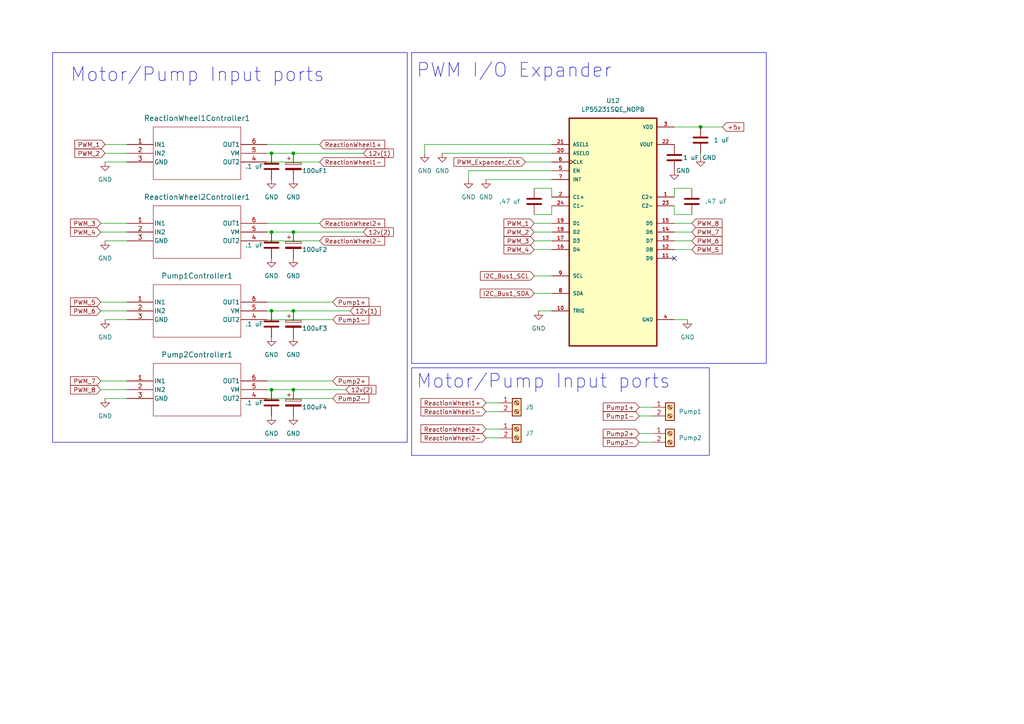
<source format=kicad_sch>
(kicad_sch (version 20230121) (generator eeschema)
  (paper "A4")
  (lib_symbols
    (symbol "Connector:Screw_Terminal_01x02" (pin_names (offset 1.016) hide)
      (property "Reference" "J" (at 0 2.54 0))
      (property "Value" "Screw_Terminal_01x02" (at 0 -5.08 0))
      (symbol "Screw_Terminal_01x02_1_1"
        (rectangle (start -1.27 1.27) (end 1.27 -3.81) (stroke (width 0.254)) (fill (type background)))
        (circle (center 0 -2.54) (radius 0.635) (stroke (width 0.1524)))
        (polyline (pts (xy -0.5334 -2.2098) (xy 0.3302 -3.048)) (stroke (width 0.1524)))
        (polyline (pts (xy -0.5334 0.3302) (xy 0.3302 -0.508)) (stroke (width 0.1524)))
        (polyline (pts (xy -0.3556 -2.032) (xy 0.508 -2.8702)) (stroke (width 0.1524)))
        (polyline (pts (xy -0.3556 0.508) (xy 0.508 -0.3302)) (stroke (width 0.1524)))
        (circle (center 0 0) (radius 0.635) (stroke (width 0.1524)))
        (pin passive line (at -5.08 0 0) (length 3.81) (name "Pin_1") (number "1"))
        (pin passive line (at -5.08 -2.54 0) (length 3.81) (name "Pin_2") (number "2"))
      )
    )
    (symbol "Device:C" (pin_numbers hide) (pin_names (offset 0.254))
      (property "Reference" "C" (at 0.635 2.54 0))
      (property "Value" "C" (at 0.635 -2.54 0))
      (symbol "C_0_1"
        (polyline (pts (xy -2.032 -0.762) (xy 2.032 -0.762)) (stroke (width 0.508)))
        (polyline (pts (xy -2.032 0.762) (xy 2.032 0.762)) (stroke (width 0.508)))
      )
      (symbol "C_1_1"
        (pin passive line (at 0 3.81 270) (length 2.794) (name "~") (number "1"))
        (pin passive line (at 0 -3.81 90) (length 2.794) (name "~") (number "2"))
      )
    )
    (symbol "Device:C_Polarized" (pin_numbers hide) (pin_names (offset 0.254))
      (property "Reference" "C" (at 0.635 2.54 0))
      (property "Value" "C_Polarized" (at 0.635 -2.54 0))
      (symbol "C_Polarized_0_1"
        (rectangle (start -2.286 0.508) (end 2.286 1.016))
        (polyline (pts (xy -1.778 2.286) (xy -0.762 2.286)))
        (polyline (pts (xy -1.27 2.794) (xy -1.27 1.778)))
        (rectangle (start 2.286 -0.508) (end -2.286 -1.016) (fill (type outline)))
      )
      (symbol "C_Polarized_1_1"
        (pin passive line (at 0 3.81 270) (length 2.794) (name "~") (number "1"))
        (pin passive line (at 0 -3.81 90) (length 2.794) (name "~") (number "2"))
      )
    )
    (symbol "Motor Controller:DRV8212DRLR" (pin_names (offset 0.254))
      (property "Reference" "U" (at 20.32 10.16 0))
      (property "Value" "DRV8212DRLR" (at 20.32 7.62 0))
      (symbol "DRV8212DRLR_0_1"
        (polyline (pts (xy 7.62 -10.16) (xy 33.02 -10.16)) (stroke (width 0.127)))
        (polyline (pts (xy 7.62 5.08) (xy 7.62 -10.16)) (stroke (width 0.127)))
        (polyline (pts (xy 33.02 -10.16) (xy 33.02 5.08)) (stroke (width 0.127)))
        (polyline (pts (xy 33.02 5.08) (xy 7.62 5.08)) (stroke (width 0.127)))
        (pin input line (at 0 0 0) (length 7.62) (name "IN1") (number "1"))
        (pin input line (at 0 -2.54 0) (length 7.62) (name "IN2") (number "2"))
        (pin power_out line (at 0 -5.08 0) (length 7.62) (name "GND") (number "3"))
        (pin output line (at 40.64 -5.08 180) (length 7.62) (name "OUT2") (number "4"))
        (pin power_in line (at 40.64 -2.54 180) (length 7.62) (name "VM") (number "5"))
        (pin output line (at 40.64 0 180) (length 7.62) (name "OUT1") (number "6"))
      )
    )
    (symbol "PWM Expander:LP55231SQE_NOPB" (pin_names (offset 1.016))
      (property "Reference" "U" (at -12.7 34.02 0))
      (property "Value" "LP55231SQE_NOPB" (at -12.7 -37.02 0))
      (symbol "LP55231SQE_NOPB_0_0"
        (rectangle (start -12.7 -33.02) (end 12.7 33.02) (stroke (width 0.41)) (fill (type background)))
        (pin bidirectional line (at 17.78 10.16 180) (length 5.08) (name "C2+") (number "1"))
        (pin bidirectional line (at -17.78 -22.86 0) (length 5.08) (name "TRIG") (number "10"))
        (pin bidirectional line (at 17.78 -7.62 180) (length 5.08) (name "D9") (number "11"))
        (pin bidirectional line (at 17.78 -5.08 180) (length 5.08) (name "D8") (number "12"))
        (pin bidirectional line (at 17.78 -2.54 180) (length 5.08) (name "D7") (number "13"))
        (pin bidirectional line (at 17.78 0 180) (length 5.08) (name "D6") (number "14"))
        (pin bidirectional line (at 17.78 2.54 180) (length 5.08) (name "D5") (number "15"))
        (pin bidirectional line (at -17.78 -5.08 0) (length 5.08) (name "D4") (number "16"))
        (pin bidirectional line (at -17.78 -2.54 0) (length 5.08) (name "D3") (number "17"))
        (pin bidirectional line (at -17.78 0 0) (length 5.08) (name "D2") (number "18"))
        (pin bidirectional line (at -17.78 2.54 0) (length 5.08) (name "D1") (number "19"))
        (pin bidirectional line (at -17.78 10.16 0) (length 5.08) (name "C1+") (number "2"))
        (pin input line (at -17.78 22.86 0) (length 5.08) (name "ASELO") (number "20"))
        (pin input line (at -17.78 25.4 0) (length 5.08) (name "ASEL1") (number "21"))
        (pin output line (at 17.78 25.4 180) (length 5.08) (name "VOUT") (number "22"))
        (pin bidirectional line (at 17.78 7.62 180) (length 5.08) (name "C2-") (number "23"))
        (pin bidirectional line (at -17.78 7.62 0) (length 5.08) (name "C1-") (number "24"))
        (pin power_in line (at 17.78 30.48 180) (length 5.08) (name "VDD") (number "3"))
        (pin power_in line (at 17.78 -25.4 180) (length 5.08) (name "GND") (number "4"))
        (pin input line (at -17.78 17.78 0) (length 5.08) (name "EN") (number "5"))
        (pin input clock (at -17.78 20.32 0) (length 5.08) (name "CLK") (number "6"))
        (pin input line (at -17.78 15.24 0) (length 5.08) (name "INT") (number "7"))
        (pin bidirectional line (at -17.78 -17.78 0) (length 5.08) (name "SDA") (number "8"))
        (pin bidirectional line (at -17.78 -12.7 0) (length 5.08) (name "SCL") (number "9"))
      )
    )
    (symbol "power:GND" (power) (pin_names (offset 0))
      (property "Value" "GND" (at 0 -3.81 0))
      (symbol "GND_0_1"
        (polyline (pts (xy 0 0) (xy 0 -1.27) (xy 1.27 -1.27) (xy 0 -2.54) (xy -1.27 -1.27) (xy 0 -1.27)))
      )
      (symbol "GND_1_1"
        (pin power_in line (at 0 0 270) (length 0) hide (name "GND") (number "1"))
      )
    )
  )
  (junction (at 85.09 67.31))
  (junction (at 78.74 67.31))
  (junction (at 85.09 113.03))
  (junction (at 85.09 44.45))
  (junction (at 78.74 44.45))
  (junction (at 85.09 90.17))
  (junction (at 203.2 36.83))
  (junction (at 78.74 113.03))
  (junction (at 78.74 90.17))
  (no_connect (at 195.58 74.93))
  (wire (pts (xy 140.97 116.84) (xy 144.78 116.84)))
  (wire (pts (xy 85.09 113.03) (xy 78.74 113.03)))
  (wire (pts (xy 96.52 87.63) (xy 77.47 87.63)))
  (wire (pts (xy 200.66 72.39) (xy 195.58 72.39)))
  (wire (pts (xy 200.66 64.77) (xy 195.58 64.77)))
  (wire (pts (xy 78.74 113.03) (xy 77.47 113.03)))
  (wire (pts (xy 96.52 110.49) (xy 77.47 110.49)))
  (wire (pts (xy 195.58 59.69) (xy 195.58 62.23)))
  (wire (pts (xy 30.48 92.71) (xy 36.83 92.71)))
  (wire (pts (xy 100.33 113.03) (xy 85.09 113.03)))
  (wire (pts (xy 92.71 64.77) (xy 77.47 64.77)))
  (wire (pts (xy 30.48 44.45) (xy 36.83 44.45)))
  (wire (pts (xy 200.66 69.85) (xy 195.58 69.85)))
  (wire (pts (xy 128.27 44.45) (xy 160.02 44.45)))
  (wire (pts (xy 154.94 54.61) (xy 160.02 54.61)))
  (wire (pts (xy 140.97 127) (xy 144.78 127)))
  (wire (pts (xy 29.21 113.03) (xy 36.83 113.03)))
  (wire (pts (xy 85.09 44.45) (xy 78.74 44.45)))
  (wire (pts (xy 203.2 45.72) (xy 203.2 44.45)))
  (wire (pts (xy 30.48 115.57) (xy 36.83 115.57)))
  (wire (pts (xy 154.94 62.23) (xy 160.02 62.23)))
  (wire (pts (xy 154.94 64.77) (xy 160.02 64.77)))
  (wire (pts (xy 185.42 125.73) (xy 189.23 125.73)))
  (wire (pts (xy 135.89 49.53) (xy 135.89 52.07)))
  (wire (pts (xy 200.66 67.31) (xy 195.58 67.31)))
  (wire (pts (xy 101.6 90.17) (xy 85.09 90.17)))
  (wire (pts (xy 29.21 64.77) (xy 36.83 64.77)))
  (wire (pts (xy 29.21 67.31) (xy 36.83 67.31)))
  (wire (pts (xy 195.58 54.61) (xy 200.66 54.61)))
  (wire (pts (xy 154.94 67.31) (xy 160.02 67.31)))
  (wire (pts (xy 92.71 69.85) (xy 77.47 69.85)))
  (wire (pts (xy 92.71 41.91) (xy 77.47 41.91)))
  (wire (pts (xy 195.58 36.83) (xy 203.2 36.83)))
  (wire (pts (xy 78.74 44.45) (xy 77.47 44.45)))
  (wire (pts (xy 152.4 46.99) (xy 160.02 46.99)))
  (wire (pts (xy 154.94 69.85) (xy 160.02 69.85)))
  (wire (pts (xy 96.52 115.57) (xy 77.47 115.57)))
  (wire (pts (xy 156.21 90.17) (xy 160.02 90.17)))
  (wire (pts (xy 185.42 120.65) (xy 189.23 120.65)))
  (wire (pts (xy 185.42 118.11) (xy 189.23 118.11)))
  (wire (pts (xy 92.71 46.99) (xy 77.47 46.99)))
  (wire (pts (xy 154.94 80.01) (xy 160.02 80.01)))
  (wire (pts (xy 29.21 110.49) (xy 36.83 110.49)))
  (wire (pts (xy 195.58 62.23) (xy 200.66 62.23)))
  (wire (pts (xy 160.02 57.15) (xy 160.02 54.61)))
  (wire (pts (xy 30.48 69.85) (xy 36.83 69.85)))
  (wire (pts (xy 78.74 90.17) (xy 77.47 90.17)))
  (wire (pts (xy 29.21 87.63) (xy 36.83 87.63)))
  (wire (pts (xy 154.94 85.09) (xy 160.02 85.09)))
  (wire (pts (xy 160.02 59.69) (xy 160.02 62.23)))
  (wire (pts (xy 30.48 46.99) (xy 36.83 46.99)))
  (wire (pts (xy 123.19 41.91) (xy 123.19 44.45)))
  (wire (pts (xy 96.52 92.71) (xy 77.47 92.71)))
  (wire (pts (xy 29.21 90.17) (xy 36.83 90.17)))
  (wire (pts (xy 154.94 72.39) (xy 160.02 72.39)))
  (wire (pts (xy 203.2 36.83) (xy 209.55 36.83)))
  (wire (pts (xy 85.09 90.17) (xy 78.74 90.17)))
  (wire (pts (xy 160.02 41.91) (xy 123.19 41.91)))
  (wire (pts (xy 195.58 57.15) (xy 195.58 54.61)))
  (wire (pts (xy 160.02 49.53) (xy 135.89 49.53)))
  (wire (pts (xy 140.97 52.07) (xy 160.02 52.07)))
  (wire (pts (xy 199.39 92.71) (xy 195.58 92.71)))
  (wire (pts (xy 30.48 41.91) (xy 36.83 41.91)))
  (wire (pts (xy 78.74 67.31) (xy 77.47 67.31)))
  (wire (pts (xy 105.41 67.31) (xy 85.09 67.31)))
  (wire (pts (xy 105.41 44.45) (xy 85.09 44.45)))
  (wire (pts (xy 140.97 124.46) (xy 144.78 124.46)))
  (wire (pts (xy 85.09 67.31) (xy 78.74 67.31)))
  (wire (pts (xy 185.42 128.27) (xy 189.23 128.27)))
  (wire (pts (xy 140.97 119.38) (xy 144.78 119.38)))
  (rectangle (start 119.38 106.68) (end 205.74 132.08))
  (rectangle (start 119.38 15.24) (end 222.25 105.41))
  (rectangle (start 15.24 15.24) (end 118.11 128.27))
  (text "Motor/Pump Input ports" (at 20.32 24.13 0) (effects (font (size 4 4)) (justify left bottom)))
  (text "PWM I/O Expander\n" (at 120.65 22.86 0) (effects (font (size 4 4)) (justify left bottom)))
  (text "Motor/Pump Input ports" (at 120.65 113.03 0) (effects (font (size 4 4)) (justify left bottom)))
  (global_label "Pump1-" (shape input) (at 185.42 120.65 180) (property "Intersheetrefs" "${INTERSHEET_REFS}" (effects hide)))
  (global_label "Pump2+" (shape input) (at 185.42 125.73 180) (property "Intersheetrefs" "${INTERSHEET_REFS}" (effects hide)))
  (global_label "Pump1+" (shape input) (at 96.52 87.63 0) (property "Intersheetrefs" "${INTERSHEET_REFS}" (effects hide)))
  (global_label "ReactionWheel2-" (shape input) (at 140.97 127 180) (property "Intersheetrefs" "${INTERSHEET_REFS}" (effects hide)))
  (global_label "I2C_Bus1_SDA" (shape input) (at 154.94 85.09 180) (property "Intersheetrefs" "${INTERSHEET_REFS}" (effects hide)))
  (global_label "12v(1)" (shape input) (at 101.6 90.17 0) (property "Intersheetrefs" "${INTERSHEET_REFS}" (effects hide)))
  (global_label "12v(2)" (shape input) (at 105.41 67.31 0) (property "Intersheetrefs" "${INTERSHEET_REFS}" (effects hide)))
  (global_label "PWM_5" (shape input) (at 29.21 87.63 180) (property "Intersheetrefs" "${INTERSHEET_REFS}" (effects hide)))
  (global_label "PWM_5" (shape input) (at 200.66 72.39 0) (property "Intersheetrefs" "${INTERSHEET_REFS}" (effects hide)))
  (global_label "Pump2-" (shape input) (at 96.52 115.57 0) (property "Intersheetrefs" "${INTERSHEET_REFS}" (effects hide)))
  (global_label "PWM_4" (shape input) (at 29.21 67.31 180) (property "Intersheetrefs" "${INTERSHEET_REFS}" (effects hide)))
  (global_label "PWM_8" (shape input) (at 200.66 64.77 0) (property "Intersheetrefs" "${INTERSHEET_REFS}" (effects hide)))
  (global_label "ReactionWheel2-" (shape input) (at 92.71 69.85 0) (property "Intersheetrefs" "${INTERSHEET_REFS}" (effects hide)))
  (global_label "ReactionWheel1-" (shape input) (at 140.97 119.38 180) (property "Intersheetrefs" "${INTERSHEET_REFS}" (effects hide)))
  (global_label "PWM_8" (shape input) (at 29.21 113.03 180) (property "Intersheetrefs" "${INTERSHEET_REFS}" (effects hide)))
  (global_label "PWM_4" (shape input) (at 154.94 72.39 180) (property "Intersheetrefs" "${INTERSHEET_REFS}" (effects hide)))
  (global_label "PWM_Expander_CLK" (shape input) (at 152.4 46.99 180) (property "Intersheetrefs" "${INTERSHEET_REFS}" (effects hide)))
  (global_label "PWM_2" (shape input) (at 30.48 44.45 180) (property "Intersheetrefs" "${INTERSHEET_REFS}" (effects hide)))
  (global_label "12v(1)" (shape input) (at 105.41 44.45 0) (property "Intersheetrefs" "${INTERSHEET_REFS}" (effects hide)))
  (global_label "ReactionWheel1+" (shape input) (at 140.97 116.84 180) (property "Intersheetrefs" "${INTERSHEET_REFS}" (effects hide)))
  (global_label "Pump2+" (shape input) (at 96.52 110.49 0) (property "Intersheetrefs" "${INTERSHEET_REFS}" (effects hide)))
  (global_label "PWM_1" (shape input) (at 154.94 64.77 180) (property "Intersheetrefs" "${INTERSHEET_REFS}" (effects hide)))
  (global_label "I2C_Bus1_SCL" (shape input) (at 154.94 80.01 180) (property "Intersheetrefs" "${INTERSHEET_REFS}" (effects hide)))
  (global_label "12v(2)" (shape input) (at 100.33 113.03 0) (property "Intersheetrefs" "${INTERSHEET_REFS}" (effects hide)))
  (global_label "PWM_3" (shape input) (at 29.21 64.77 180) (property "Intersheetrefs" "${INTERSHEET_REFS}" (effects hide)))
  (global_label "Pump1+" (shape input) (at 185.42 118.11 180) (property "Intersheetrefs" "${INTERSHEET_REFS}" (effects hide)))
  (global_label "PWM_7" (shape input) (at 200.66 67.31 0) (property "Intersheetrefs" "${INTERSHEET_REFS}" (effects hide)))
  (global_label "ReactionWheel1-" (shape input) (at 92.71 46.99 0) (property "Intersheetrefs" "${INTERSHEET_REFS}" (effects hide)))
  (global_label "Pump2-" (shape input) (at 185.42 128.27 180) (property "Intersheetrefs" "${INTERSHEET_REFS}" (effects hide)))
  (global_label "PWM_3" (shape input) (at 154.94 69.85 180) (property "Intersheetrefs" "${INTERSHEET_REFS}" (effects hide)))
  (global_label "PWM_1" (shape input) (at 30.48 41.91 180) (property "Intersheetrefs" "${INTERSHEET_REFS}" (effects hide)))
  (global_label "ReactionWheel1+" (shape input) (at 92.71 41.91 0) (property "Intersheetrefs" "${INTERSHEET_REFS}" (effects hide)))
  (global_label "PWM_2" (shape input) (at 154.94 67.31 180) (property "Intersheetrefs" "${INTERSHEET_REFS}" (effects hide)))
  (global_label "+5v" (shape input) (at 209.55 36.83 0) (property "Intersheetrefs" "${INTERSHEET_REFS}" (effects hide)))
  (global_label "PWM_6" (shape input) (at 29.21 90.17 180) (property "Intersheetrefs" "${INTERSHEET_REFS}" (effects hide)))
  (global_label "ReactionWheel2+" (shape input) (at 140.97 124.46 180) (property "Intersheetrefs" "${INTERSHEET_REFS}" (effects hide)))
  (global_label "ReactionWheel2+" (shape input) (at 92.71 64.77 0) (property "Intersheetrefs" "${INTERSHEET_REFS}" (effects hide)))
  (global_label "PWM_7" (shape input) (at 29.21 110.49 180) (property "Intersheetrefs" "${INTERSHEET_REFS}" (effects hide)))
  (global_label "PWM_6" (shape input) (at 200.66 69.85 0) (property "Intersheetrefs" "${INTERSHEET_REFS}" (effects hide)))
  (global_label "Pump1-" (shape input) (at 96.52 92.71 0) (property "Intersheetrefs" "${INTERSHEET_REFS}" (effects hide)))
  (symbol (lib_id "power:GND") (at 140.97 52.07 0) (unit 1)
    (property "Reference" "#PWR071" (effects hide))
    (property "Value" "GND" (at 140.97 57.15 0))
  )
  (symbol (lib_id "Motor Controller:DRV8212DRLR") (at 36.83 87.63 0) (unit 1)
    (property "Reference" "Pump1Controller1" (at 57.15 80.01 0) (effects (font (size 1.524 1.524))))
    (property "Value" "DRV8212DRLR" (effects hide))
    (property "Footprint" "Motor_Controller:SOT6_DRV8212_TEX" (effects hide))
    (property "Datasheet" "DRV8212DRLR" (effects hide))
  )
  (symbol (lib_id "power:GND") (at 128.27 44.45 0) (unit 1)
    (property "Reference" "#PWR074" (effects hide))
    (property "Value" "GND" (at 128.27 49.53 0))
  )
  (symbol (lib_id "Device:C") (at 78.74 93.98 0) (unit 1)
    (property "Reference" "C21" (effects hide))
    (property "Value" ".1 uF" (at 71.12 93.98 0) (effects (justify left)))
    (property "Footprint" "Capacitor_SMD:C_0603_1608Metric_Pad1.08x0.95mm_HandSolder" (effects hide))
  )
  (symbol (lib_id "power:GND") (at 203.2 45.72 0) (unit 1)
    (property "Reference" "#PWR068" (effects hide))
    (property "Value" "GND" (at 205.74 45.72 0))
  )
  (symbol (lib_id "power:GND") (at 30.48 46.99 0) (unit 1)
    (property "Reference" "#PWR027" (effects hide))
    (property "Value" "GND" (at 30.48 52.07 0))
  )
  (symbol (lib_id "power:GND") (at 123.19 44.45 0) (unit 1)
    (property "Reference" "#PWR073" (effects hide))
    (property "Value" "GND" (at 123.19 49.53 0))
  )
  (symbol (lib_id "power:GND") (at 30.48 69.85 0) (unit 1)
    (property "Reference" "#PWR028" (effects hide))
    (property "Value" "GND" (at 30.48 74.93 0))
  )
  (symbol (lib_id "Device:C") (at 195.58 45.72 0) (unit 1)
    (property "Reference" "C26" (effects hide))
    (property "Value" "1 uF" (at 198.12 45.72 0) (effects (justify left)))
    (property "Footprint" "Capacitor_SMD:C_0603_1608Metric_Pad1.08x0.95mm_HandSolder" (effects hide))
  )
  (symbol (lib_id "Device:C") (at 78.74 71.12 0) (unit 1)
    (property "Reference" "C13" (effects hide))
    (property "Value" ".1 uF" (at 71.12 71.12 0) (effects (justify left)))
    (property "Footprint" "Capacitor_SMD:C_0603_1608Metric_Pad1.08x0.95mm_HandSolder" (effects hide))
  )
  (symbol (lib_id "power:GND") (at 30.48 92.71 0) (unit 1)
    (property "Reference" "#PWR029" (effects hide))
    (property "Value" "GND" (at 30.48 97.79 0))
  )
  (symbol (lib_id "power:GND") (at 195.58 49.53 0) (unit 1)
    (property "Reference" "#PWR069" (effects hide))
    (property "Value" "GND" (at 198.12 49.53 0))
  )
  (symbol (lib_id "power:GND") (at 78.74 74.93 0) (unit 1)
    (property "Reference" "#PWR061" (effects hide))
    (property "Value" "GND" (at 78.74 80.01 0))
  )
  (symbol (lib_id "Device:C_Polarized") (at 85.09 48.26 0) (unit 1)
    (property "Reference" "100uF1" (at 87.63 49.53 0) (effects (justify left)))
    (property "Value" "C_Polarized" (effects hide))
    (property "Footprint" "Capacitor_THT:CP_Radial_D8.0mm_P5.00mm" (effects hide))
  )
  (symbol (lib_id "power:GND") (at 156.21 90.17 0) (unit 1)
    (property "Reference" "#PWR070" (effects hide))
    (property "Value" "GND" (at 156.21 95.25 0))
  )
  (symbol (lib_id "Motor Controller:DRV8212DRLR") (at 36.83 64.77 0) (unit 1)
    (property "Reference" "ReactionWheel2Controller1" (at 57.15 57.15 0) (effects (font (size 1.524 1.524))))
    (property "Value" "DRV8212DRLR" (effects hide))
    (property "Footprint" "Motor_Controller:SOT6_DRV8212_TEX" (effects hide))
    (property "Datasheet" "DRV8212DRLR" (effects hide))
  )
  (symbol (lib_id "power:GND") (at 78.74 97.79 0) (unit 1)
    (property "Reference" "#PWR032" (effects hide))
    (property "Value" "GND" (at 78.74 102.87 0))
  )
  (symbol (lib_id "power:GND") (at 30.48 115.57 0) (unit 1)
    (property "Reference" "#PWR030" (effects hide))
    (property "Value" "GND" (at 30.48 120.65 0))
  )
  (symbol (lib_id "power:GND") (at 85.09 52.07 0) (unit 1)
    (property "Reference" "#PWR064" (effects hide))
    (property "Value" "GND" (at 85.09 57.15 0))
  )
  (symbol (lib_id "PWM Expander:LP55231SQE_NOPB") (at 177.8 67.31 0) (unit 1)
    (property "Reference" "U12" (at 177.8 29.21 0))
    (property "Value" "LP55231SQE_NOPB" (at 177.8 31.75 0))
    (property "Footprint" "PWM Expander:QFN50P400X400X80-25N" (effects hide))
    (property "MF" "Texas Instruments" (effects hide))
    (property "Description" "\n9 channel RGB / White LED driver with internal program memory and integrated charge Pump - WQFN\n" (effects hide))
    (property "Package" "WQFN-24 Texas Instruments" (effects hide))
    (property "Price" "None" (effects hide))
    (property "SnapEDA_Link" "https://www.snapeda.com/parts/LP55231SQE/NOPB/Texas+Instruments/view-part/?ref=snap" (effects hide))
    (property "MP" "LP55231SQE/NOPB" (effects hide))
    (property "Purchase-URL" "https://www.snapeda.com/api/url_track_click_mouser/?unipart_id=474412&manufacturer=Texas Instruments&part_name=LP55231SQE/NOPB&search_term=lp55231" (effects hide))
    (property "Availability" "In Stock" (effects hide))
    (property "Check_prices" "https://www.snapeda.com/parts/LP55231SQE/NOPB/Texas+Instruments/view-part/?ref=eda" (effects hide))
  )
  (symbol (lib_id "power:GND") (at 78.74 52.07 0) (unit 1)
    (property "Reference" "#PWR062" (effects hide))
    (property "Value" "GND" (at 78.74 57.15 0))
  )
  (symbol (lib_id "power:GND") (at 199.39 92.71 0) (unit 1)
    (property "Reference" "#PWR067" (effects hide))
    (property "Value" "GND" (at 199.39 97.79 0))
  )
  (symbol (lib_id "Device:C_Polarized") (at 85.09 93.98 0) (unit 1)
    (property "Reference" "100uF3" (at 87.63 95.25 0) (effects (justify left)))
    (property "Value" "C_Polarized" (effects hide))
    (property "Footprint" "Capacitor_THT:CP_Radial_D8.0mm_P5.00mm" (effects hide))
  )
  (symbol (lib_id "Connector:Screw_Terminal_01x02") (at 194.31 125.73 0) (unit 1)
    (property "Reference" "Pump2" (at 196.85 127 0) (effects (justify left)))
    (property "Value" "Screw_Terminal_01x02" (effects hide))
    (property "Footprint" "TerminalBlock_TE-Connectivity:TerminalBlock_TE_282834-2_1x02_P2.54mm_Horizontal" (effects hide))
  )
  (symbol (lib_id "Connector:Screw_Terminal_01x02") (at 149.86 124.46 0) (unit 1)
    (property "Reference" "J7" (at 152.4 125.73 0) (effects (justify left)))
    (property "Value" "Screw_Terminal_01x02" (effects hide))
    (property "Footprint" "TerminalBlock_TE-Connectivity:TerminalBlock_TE_282834-2_1x02_P2.54mm_Horizontal" (effects hide))
    (instances (project "Watersphere mobo" (path "" (reference "J7") (unit 1)) (path "" (reference "ReactionWheel2") (unit 1))))
  )
  (symbol (lib_id "power:GND") (at 78.74 120.65 0) (unit 1)
    (property "Reference" "#PWR031" (effects hide))
    (property "Value" "GND" (at 78.74 125.73 0))
  )
  (symbol (lib_id "Device:C") (at 78.74 116.84 0) (unit 1)
    (property "Reference" "C22" (effects hide))
    (property "Value" ".1 uF" (at 71.12 116.84 0) (effects (justify left)))
    (property "Footprint" "Capacitor_SMD:C_0603_1608Metric_Pad1.08x0.95mm_HandSolder" (effects hide))
  )
  (symbol (lib_id "power:GND") (at 85.09 97.79 0) (unit 1)
    (property "Reference" "#PWR065" (effects hide))
    (property "Value" "GND" (at 85.09 102.87 0))
  )
  (symbol (lib_id "Device:C_Polarized") (at 85.09 71.12 0) (unit 1)
    (property "Reference" "100uF2" (at 87.63 72.39 0) (effects (justify left)))
    (property "Value" "C_Polarized" (effects hide))
    (property "Footprint" "Capacitor_THT:CP_Radial_D8.0mm_P5.00mm" (effects hide))
  )
  (symbol (lib_id "Connector:Screw_Terminal_01x02") (at 194.31 118.11 0) (unit 1)
    (property "Reference" "Pump1" (at 196.85 119.38 0) (effects (justify left)))
    (property "Value" "Screw_Terminal_01x02" (effects hide))
    (property "Footprint" "TerminalBlock_TE-Connectivity:TerminalBlock_TE_282834-2_1x02_P2.54mm_Horizontal" (effects hide))
  )
  (symbol (lib_id "Device:C") (at 200.66 58.42 0) (unit 1)
    (property "Reference" "C24" (effects hide))
    (property "Value" ".47 uF" (at 204.47 58.42 0) (effects (justify left)))
    (property "Footprint" "Capacitor_SMD:C_0603_1608Metric_Pad1.08x0.95mm_HandSolder" (effects hide))
  )
  (symbol (lib_id "power:GND") (at 85.09 74.93 0) (unit 1)
    (property "Reference" "#PWR063" (effects hide))
    (property "Value" "GND" (at 85.09 80.01 0))
  )
  (symbol (lib_id "Connector:Screw_Terminal_01x02") (at 149.86 116.84 0) (unit 1)
    (property "Reference" "J5" (at 152.4 118.11 0) (effects (justify left)))
    (property "Value" "Screw_Terminal_01x02" (effects hide))
    (property "Footprint" "TerminalBlock_TE-Connectivity:TerminalBlock_TE_282834-2_1x02_P2.54mm_Horizontal" (effects hide))
    (instances (project "Watersphere mobo" (path "" (reference "J5") (unit 1)) (path "" (reference "ReactionWheel1") (unit 1))))
  )
  (symbol (lib_id "Motor Controller:DRV8212DRLR") (at 36.83 41.91 0) (unit 1)
    (property "Reference" "ReactionWheel1Controller1" (at 57.15 34.29 0) (effects (font (size 1.524 1.524))))
    (property "Value" "DRV8212DRLR" (effects hide))
    (property "Footprint" "Motor_Controller:SOT6_DRV8212_TEX" (effects hide))
    (property "Datasheet" "DRV8212DRLR" (effects hide))
  )
  (symbol (lib_id "Motor Controller:DRV8212DRLR") (at 36.83 110.49 0) (unit 1)
    (property "Reference" "Pump2Controller1" (at 57.15 102.87 0) (effects (font (size 1.524 1.524))))
    (property "Value" "DRV8212DRLR" (effects hide))
    (property "Footprint" "Motor_Controller:SOT6_DRV8212_TEX" (effects hide))
    (property "Datasheet" "DRV8212DRLR" (effects hide))
  )
  (symbol (lib_id "Device:C_Polarized") (at 85.09 116.84 0) (unit 1)
    (property "Reference" "100uF4" (at 87.63 118.11 0) (effects (justify left)))
    (property "Value" "C_Polarized" (effects hide))
    (property "Footprint" "Capacitor_THT:CP_Radial_D8.0mm_P5.00mm" (effects hide))
  )
  (symbol (lib_id "power:GND") (at 135.89 52.07 0) (unit 1)
    (property "Reference" "#PWR072" (effects hide))
    (property "Value" "GND" (at 135.89 57.15 0))
  )
  (symbol (lib_id "Device:C") (at 203.2 40.64 0) (unit 1)
    (property "Reference" "C25" (effects hide))
    (property "Value" "1 uF" (at 207.01 40.64 0) (effects (justify left)))
    (property "Footprint" "Capacitor_SMD:C_0603_1608Metric_Pad1.08x0.95mm_HandSolder" (effects hide))
  )
  (symbol (lib_id "Device:C") (at 78.74 48.26 0) (unit 1)
    (property "Reference" "C12" (effects hide))
    (property "Value" ".1 uF" (at 71.12 48.26 0) (effects (justify left)))
    (property "Footprint" "Capacitor_SMD:C_0603_1608Metric_Pad1.08x0.95mm_HandSolder" (effects hide))
  )
  (symbol (lib_id "Device:C") (at 154.94 58.42 0) (unit 1)
    (property "Reference" "C23" (effects hide))
    (property "Value" ".47 uf" (at 144.78 58.42 0) (effects (justify left)))
    (property "Footprint" "Capacitor_SMD:C_0603_1608Metric_Pad1.08x0.95mm_HandSolder" (effects hide))
  )
  (symbol (lib_id "power:GND") (at 85.09 120.65 0) (unit 1)
    (property "Reference" "#PWR066" (effects hide))
    (property "Value" "GND" (at 85.09 125.73 0))
  )
)
</source>
